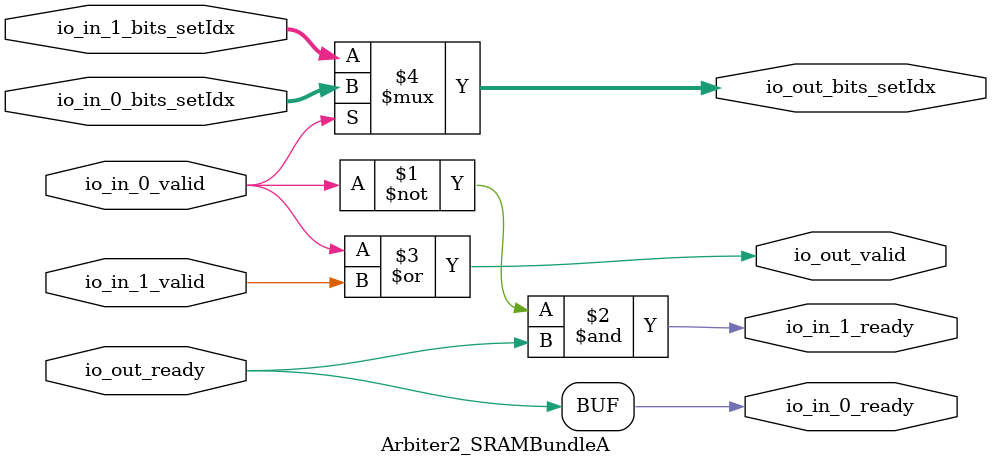
<source format=sv>
`ifndef RANDOMIZE
  `ifdef RANDOMIZE_MEM_INIT
    `define RANDOMIZE
  `endif // RANDOMIZE_MEM_INIT
`endif // not def RANDOMIZE
`ifndef RANDOMIZE
  `ifdef RANDOMIZE_REG_INIT
    `define RANDOMIZE
  `endif // RANDOMIZE_REG_INIT
`endif // not def RANDOMIZE

`ifndef RANDOM
  `define RANDOM $random
`endif // not def RANDOM

// Users can define INIT_RANDOM as general code that gets injected into the
// initializer block for modules with registers.
`ifndef INIT_RANDOM
  `define INIT_RANDOM
`endif // not def INIT_RANDOM

// If using random initialization, you can also define RANDOMIZE_DELAY to
// customize the delay used, otherwise 0.002 is used.
`ifndef RANDOMIZE_DELAY
  `define RANDOMIZE_DELAY 0.002
`endif // not def RANDOMIZE_DELAY

// Define INIT_RANDOM_PROLOG_ for use in our modules below.
`ifndef INIT_RANDOM_PROLOG_
  `ifdef RANDOMIZE
    `ifdef VERILATOR
      `define INIT_RANDOM_PROLOG_ `INIT_RANDOM
    `else  // VERILATOR
      `define INIT_RANDOM_PROLOG_ `INIT_RANDOM #`RANDOMIZE_DELAY begin end
    `endif // VERILATOR
  `else  // RANDOMIZE
    `define INIT_RANDOM_PROLOG_
  `endif // RANDOMIZE
`endif // not def INIT_RANDOM_PROLOG_

// Include register initializers in init blocks unless synthesis is set
`ifndef SYNTHESIS
  `ifndef ENABLE_INITIAL_REG_
    `define ENABLE_INITIAL_REG_
  `endif // not def ENABLE_INITIAL_REG_
`endif // not def SYNTHESIS

// Include rmemory initializers in init blocks unless synthesis is set
`ifndef SYNTHESIS
  `ifndef ENABLE_INITIAL_MEM_
    `define ENABLE_INITIAL_MEM_
  `endif // not def ENABLE_INITIAL_MEM_
`endif // not def SYNTHESIS

// Standard header to adapt well known macros for prints and assertions.

// Users can define 'PRINTF_COND' to add an extra gate to prints.
`ifndef PRINTF_COND_
  `ifdef PRINTF_COND
    `define PRINTF_COND_ (`PRINTF_COND)
  `else  // PRINTF_COND
    `define PRINTF_COND_ 1
  `endif // PRINTF_COND
`endif // not def PRINTF_COND_

// Users can define 'ASSERT_VERBOSE_COND' to add an extra gate to assert error printing.
`ifndef ASSERT_VERBOSE_COND_
  `ifdef ASSERT_VERBOSE_COND
    `define ASSERT_VERBOSE_COND_ (`ASSERT_VERBOSE_COND)
  `else  // ASSERT_VERBOSE_COND
    `define ASSERT_VERBOSE_COND_ 1
  `endif // ASSERT_VERBOSE_COND
`endif // not def ASSERT_VERBOSE_COND_

// Users can define 'STOP_COND' to add an extra gate to stop conditions.
`ifndef STOP_COND_
  `ifdef STOP_COND
    `define STOP_COND_ (`STOP_COND)
  `else  // STOP_COND
    `define STOP_COND_ 1
  `endif // STOP_COND
`endif // not def STOP_COND_

module Arbiter2_SRAMBundleA(	// src/main/scala/chisel3/util/Arbiter.scala:133:7
  output       io_in_0_ready,	// src/main/scala/chisel3/util/Arbiter.scala:140:14
  input        io_in_0_valid,	// src/main/scala/chisel3/util/Arbiter.scala:140:14
  input  [9:0] io_in_0_bits_setIdx,	// src/main/scala/chisel3/util/Arbiter.scala:140:14
  output       io_in_1_ready,	// src/main/scala/chisel3/util/Arbiter.scala:140:14
  input        io_in_1_valid,	// src/main/scala/chisel3/util/Arbiter.scala:140:14
  input  [9:0] io_in_1_bits_setIdx,	// src/main/scala/chisel3/util/Arbiter.scala:140:14
  input        io_out_ready,	// src/main/scala/chisel3/util/Arbiter.scala:140:14
  output       io_out_valid,	// src/main/scala/chisel3/util/Arbiter.scala:140:14
  output [9:0] io_out_bits_setIdx	// src/main/scala/chisel3/util/Arbiter.scala:140:14
);

  assign io_in_0_ready = io_out_ready;	// src/main/scala/chisel3/util/Arbiter.scala:133:7
  assign io_in_1_ready = ~io_in_0_valid & io_out_ready;	// src/main/scala/chisel3/util/Arbiter.scala:45:78, :133:7, :153:19
  assign io_out_valid = io_in_0_valid | io_in_1_valid;	// src/main/scala/chisel3/util/Arbiter.scala:133:7, :154:31
  assign io_out_bits_setIdx = io_in_0_valid ? io_in_0_bits_setIdx : io_in_1_bits_setIdx;	// src/main/scala/chisel3/util/Arbiter.scala:133:7, :143:15, :145:26, :147:19
endmodule


</source>
